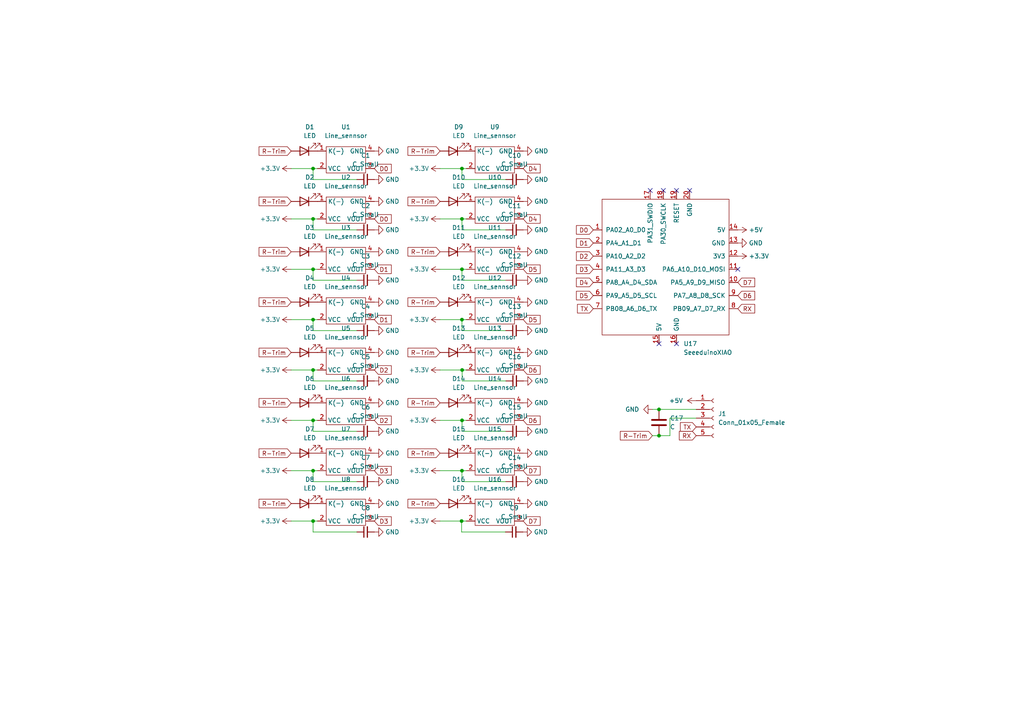
<source format=kicad_sch>
(kicad_sch (version 20211123) (generator eeschema)
  (paper "A4")
  (lib_symbols
    (symbol "Connector:Conn_01x05_Female" (pin_names (offset 1.016) hide)
      (property "Reference" "J" (at 0 7.62 0))
      (property "Value" "Conn_01x05_Female" (at 0 -7.62 0))
      (symbol "Conn_01x05_Female_1_1"
        (arc (start 0 -4.572) (mid -0.508 -5.08) (end 0 -5.588) (stroke (width 0.1524)))
        (arc (start 0 -2.032) (mid -0.508 -2.54) (end 0 -3.048) (stroke (width 0.1524)))
        (polyline (pts (xy -1.27 -5.08) (xy -0.508 -5.08)) (stroke (width 0.1524)))
        (polyline (pts (xy -1.27 -2.54) (xy -0.508 -2.54)) (stroke (width 0.1524)))
        (polyline (pts (xy -1.27 0) (xy -0.508 0)) (stroke (width 0.1524)))
        (polyline (pts (xy -1.27 2.54) (xy -0.508 2.54)) (stroke (width 0.1524)))
        (polyline (pts (xy -1.27 5.08) (xy -0.508 5.08)) (stroke (width 0.1524)))
        (arc (start 0 0.508) (mid -0.508 0) (end 0 -0.508) (stroke (width 0.1524)))
        (arc (start 0 3.048) (mid -0.508 2.54) (end 0 2.032) (stroke (width 0.1524)))
        (arc (start 0 5.588) (mid -0.508 5.08) (end 0 4.572) (stroke (width 0.1524)))
        (pin passive line (at -5.08 5.08 0) (length 3.81) (name "Pin_1") (number "1"))
        (pin passive line (at -5.08 2.54 0) (length 3.81) (name "Pin_2") (number "2"))
        (pin passive line (at -5.08 0 0) (length 3.81) (name "Pin_3") (number "3"))
        (pin passive line (at -5.08 -2.54 0) (length 3.81) (name "Pin_4") (number "4"))
        (pin passive line (at -5.08 -5.08 0) (length 3.81) (name "Pin_5") (number "5"))
      )
    )
    (symbol "Device:C" (pin_numbers hide) (pin_names (offset 0.254))
      (property "Reference" "C" (at 0.635 2.54 0))
      (property "Value" "C" (at 0.635 -2.54 0))
      (symbol "C_0_1"
        (polyline (pts (xy -2.032 -0.762) (xy 2.032 -0.762)) (stroke (width 0.508)))
        (polyline (pts (xy -2.032 0.762) (xy 2.032 0.762)) (stroke (width 0.508)))
      )
      (symbol "C_1_1"
        (pin passive line (at 0 3.81 270) (length 2.794) (name "~") (number "1"))
        (pin passive line (at 0 -3.81 90) (length 2.794) (name "~") (number "2"))
      )
    )
    (symbol "Device:C_Small" (pin_numbers hide) (pin_names (offset 0.254) hide)
      (property "Reference" "C" (at 0.254 1.778 0))
      (property "Value" "C_Small" (at 0.254 -2.032 0))
      (symbol "C_Small_0_1"
        (polyline (pts (xy -1.524 -0.508) (xy 1.524 -0.508)) (stroke (width 0.3302)))
        (polyline (pts (xy -1.524 0.508) (xy 1.524 0.508)) (stroke (width 0.3048)))
      )
      (symbol "C_Small_1_1"
        (pin passive line (at 0 2.54 270) (length 2.032) (name "~") (number "1"))
        (pin passive line (at 0 -2.54 90) (length 2.032) (name "~") (number "2"))
      )
    )
    (symbol "Device:LED" (pin_numbers hide) (pin_names (offset 1.016) hide)
      (property "Reference" "D" (at 0 2.54 0))
      (property "Value" "LED" (at 0 -2.54 0))
      (symbol "LED_0_1"
        (polyline (pts (xy -1.27 -1.27) (xy -1.27 1.27)) (stroke (width 0.254)))
        (polyline (pts (xy -1.27 0) (xy 1.27 0)))
        (polyline (pts (xy 1.27 -1.27) (xy 1.27 1.27) (xy -1.27 0) (xy 1.27 -1.27)) (stroke (width 0.254)))
        (polyline (pts (xy -3.048 -0.762) (xy -4.572 -2.286) (xy -3.81 -2.286) (xy -4.572 -2.286) (xy -4.572 -1.524)))
        (polyline (pts (xy -1.778 -0.762) (xy -3.302 -2.286) (xy -2.54 -2.286) (xy -3.302 -2.286) (xy -3.302 -1.524)))
      )
      (symbol "LED_1_1"
        (pin passive line (at -3.81 0 0) (length 2.54) (name "K") (number "1"))
        (pin passive line (at 3.81 0 180) (length 2.54) (name "A") (number "2"))
      )
    )
    (symbol "Line_Sensor:Line_sennsor"
      (property "Reference" "U" (at 0 1.27 0))
      (property "Value" "Line_sennsor" (at 0 0 0))
      (symbol "Line_sennsor_0_1"
        (rectangle (start -6.35 -1.27) (end 5.08 -8.89))
      )
      (symbol "Line_sennsor_1_1"
        (pin bidirectional line (at -8.89 -2.54 0) (length 2.54) (name "K(-)") (number "1"))
        (pin bidirectional line (at -8.89 -7.62 0) (length 2.54) (name "VCC") (number "2"))
        (pin bidirectional line (at 7.62 -7.62 180) (length 2.54) (name "VOUT") (number "3"))
        (pin bidirectional line (at 7.62 -2.54 180) (length 2.54) (name "GND") (number "4"))
      )
    )
    (symbol "power:+3.3V" (power) (pin_names (offset 0))
      (property "Value" "+3.3V" (at 0 3.556 0))
      (symbol "+3.3V_0_1"
        (polyline (pts (xy -0.762 1.27) (xy 0 2.54)))
        (polyline (pts (xy 0 0) (xy 0 2.54)))
        (polyline (pts (xy 0 2.54) (xy 0.762 1.27)))
      )
      (symbol "+3.3V_1_1"
        (pin power_in line (at 0 0 90) (length 0) hide (name "+3.3V") (number "1"))
      )
    )
    (symbol "power:+5V" (power) (pin_names (offset 0))
      (property "Value" "+5V" (at 0 3.556 0))
      (symbol "+5V_0_1"
        (polyline (pts (xy -0.762 1.27) (xy 0 2.54)))
        (polyline (pts (xy 0 0) (xy 0 2.54)))
        (polyline (pts (xy 0 2.54) (xy 0.762 1.27)))
      )
      (symbol "+5V_1_1"
        (pin power_in line (at 0 0 90) (length 0) hide (name "+5V") (number "1"))
      )
    )
    (symbol "power:GND" (power) (pin_names (offset 0))
      (property "Value" "GND" (at 0 -3.81 0))
      (symbol "GND_0_1"
        (polyline (pts (xy 0 0) (xy 0 -1.27) (xy 1.27 -1.27) (xy 0 -2.54) (xy -1.27 -1.27) (xy 0 -1.27)))
      )
      (symbol "GND_1_1"
        (pin power_in line (at 0 0 270) (length 0) hide (name "GND") (number "1"))
      )
    )
    (symbol "seeeduino_xiao:SeeeduinoXIAO" (pin_names (offset 1.016))
      (property "Reference" "U" (at -19.05 22.86 0))
      (property "Value" "SeeeduinoXIAO" (at -12.7 21.59 0))
      (symbol "SeeeduinoXIAO_0_1"
        (rectangle (start -19.05 20.32) (end 17.78 -19.05))
      )
      (symbol "SeeeduinoXIAO_1_1"
        (pin unspecified line (at -21.59 11.43 0) (length 2.54) (name "PA02_A0_D0") (number "1"))
        (pin unspecified line (at 20.32 -3.81 180) (length 2.54) (name "PA5_A9_D9_MISO") (number "10"))
        (pin unspecified line (at 20.32 0 180) (length 2.54) (name "PA6_A10_D10_MOSI") (number "11"))
        (pin unspecified line (at 20.32 3.81 180) (length 2.54) (name "3V3") (number "12"))
        (pin unspecified line (at 20.32 7.62 180) (length 2.54) (name "GND") (number "13"))
        (pin unspecified line (at 20.32 11.43 180) (length 2.54) (name "5V") (number "14"))
        (pin input line (at -2.54 -21.59 90) (length 2.54) (name "5V") (number "15"))
        (pin input line (at 2.54 -21.59 90) (length 2.54) (name "GND") (number "16"))
        (pin input line (at -5.08 22.86 270) (length 2.54) (name "PA31_SWDIO") (number "17"))
        (pin input line (at -1.27 22.86 270) (length 2.54) (name "PA30_SWCLK") (number "18"))
        (pin input line (at 2.54 22.86 270) (length 2.54) (name "RESET") (number "19"))
        (pin unspecified line (at -21.59 7.62 0) (length 2.54) (name "PA4_A1_D1") (number "2"))
        (pin input line (at 6.35 22.86 270) (length 2.54) (name "GND") (number "20"))
        (pin unspecified line (at -21.59 3.81 0) (length 2.54) (name "PA10_A2_D2") (number "3"))
        (pin unspecified line (at -21.59 0 0) (length 2.54) (name "PA11_A3_D3") (number "4"))
        (pin unspecified line (at -21.59 -3.81 0) (length 2.54) (name "PA8_A4_D4_SDA") (number "5"))
        (pin unspecified line (at -21.59 -7.62 0) (length 2.54) (name "PA9_A5_D5_SCL") (number "6"))
        (pin unspecified line (at -21.59 -11.43 0) (length 2.54) (name "PB08_A6_D6_TX") (number "7"))
        (pin unspecified line (at 20.32 -11.43 180) (length 2.54) (name "PB09_A7_D7_RX") (number "8"))
        (pin unspecified line (at 20.32 -7.62 180) (length 2.54) (name "PA7_A8_D8_SCK") (number "9"))
      )
    )
  )
  (junction (at 133.8816 151.13))
  (junction (at 133.985 63.5))
  (junction (at 191.135 126.365))
  (junction (at 90.805 92.71))
  (junction (at 90.805 107.315))
  (junction (at 90.805 48.895))
  (junction (at 133.985 48.895))
  (junction (at 134.0108 121.92))
  (junction (at 90.805 63.5))
  (junction (at 90.805 78.105))
  (junction (at 133.985 78.105))
  (junction (at 90.805 151.13))
  (junction (at 133.985 136.525))
  (junction (at 133.985 92.71))
  (junction (at 191.135 118.745))
  (junction (at 90.805 121.92))
  (junction (at 134.0366 107.315))
  (junction (at 90.805 136.525))
  (no_connect (at 196.215 99.695))
  (no_connect (at 188.595 55.245))
  (no_connect (at 213.995 78.105))
  (no_connect (at 192.405 55.245))
  (no_connect (at 191.135 99.695))
  (no_connect (at 200.025 55.245))
  (no_connect (at 196.215 55.245))
  (wire (pts (xy 133.985 139.7) (xy 146.685 139.7)))
  (wire (pts (xy 92.075 107.315) (xy 90.805 107.315)))
  (wire (pts (xy 90.805 107.315) (xy 90.805 110.49)))
  (wire (pts (xy 133.985 63.5) (xy 133.985 66.675)))
  (wire (pts (xy 133.985 48.895) (xy 127.635 48.895)))
  (wire (pts (xy 194.31 126.365) (xy 194.31 121.285)))
  (wire (pts (xy 90.805 92.71) (xy 84.455 92.71)))
  (wire (pts (xy 133.985 52.07) (xy 146.685 52.07)))
  (wire (pts (xy 90.805 121.92) (xy 90.805 125.095)))
  (wire (pts (xy 134.0366 107.315) (xy 134.0366 110.49)))
  (wire (pts (xy 135.255 121.92) (xy 134.0108 121.92)))
  (wire (pts (xy 194.31 121.285) (xy 201.93 121.285)))
  (wire (pts (xy 90.805 121.92) (xy 84.455 121.92)))
  (wire (pts (xy 191.135 118.745) (xy 201.93 118.745)))
  (wire (pts (xy 90.805 151.13) (xy 84.455 151.13)))
  (wire (pts (xy 133.985 78.105) (xy 133.985 81.28)))
  (wire (pts (xy 90.805 81.28) (xy 103.505 81.28)))
  (wire (pts (xy 133.985 78.105) (xy 127.635 78.105)))
  (wire (pts (xy 90.805 139.7) (xy 103.505 139.7)))
  (wire (pts (xy 133.985 92.71) (xy 133.985 95.885)))
  (wire (pts (xy 90.805 78.105) (xy 90.805 81.28)))
  (wire (pts (xy 90.805 66.675) (xy 103.505 66.675)))
  (wire (pts (xy 92.075 121.92) (xy 90.805 121.92)))
  (wire (pts (xy 135.255 78.105) (xy 133.985 78.105)))
  (wire (pts (xy 134.0108 121.92) (xy 134.0108 125.095)))
  (wire (pts (xy 133.985 136.525) (xy 133.985 139.7)))
  (wire (pts (xy 133.8816 151.13) (xy 127.635 151.13)))
  (wire (pts (xy 92.075 63.5) (xy 90.805 63.5)))
  (wire (pts (xy 134.0108 125.095) (xy 146.7108 125.095)))
  (wire (pts (xy 134.0366 107.315) (xy 127.635 107.315)))
  (wire (pts (xy 133.985 95.885) (xy 146.685 95.885)))
  (wire (pts (xy 90.805 63.5) (xy 84.455 63.5)))
  (wire (pts (xy 135.255 151.13) (xy 133.8816 151.13)))
  (wire (pts (xy 90.805 136.525) (xy 84.455 136.525)))
  (wire (pts (xy 90.805 151.13) (xy 90.805 154.305)))
  (wire (pts (xy 133.8816 151.13) (xy 133.8816 154.305)))
  (wire (pts (xy 90.805 52.07) (xy 103.505 52.07)))
  (wire (pts (xy 191.135 126.365) (xy 194.31 126.365)))
  (wire (pts (xy 92.075 78.105) (xy 90.805 78.105)))
  (wire (pts (xy 133.985 92.71) (xy 127.635 92.71)))
  (wire (pts (xy 133.8816 154.305) (xy 146.5816 154.305)))
  (wire (pts (xy 90.805 48.895) (xy 84.455 48.895)))
  (wire (pts (xy 92.075 151.13) (xy 90.805 151.13)))
  (wire (pts (xy 92.075 48.895) (xy 90.805 48.895)))
  (wire (pts (xy 92.075 136.525) (xy 90.805 136.525)))
  (wire (pts (xy 135.255 136.525) (xy 133.985 136.525)))
  (wire (pts (xy 133.985 63.5) (xy 127.635 63.5)))
  (wire (pts (xy 90.805 95.885) (xy 103.505 95.885)))
  (wire (pts (xy 135.255 92.71) (xy 133.985 92.71)))
  (wire (pts (xy 133.985 81.28) (xy 146.685 81.28)))
  (wire (pts (xy 90.805 136.525) (xy 90.805 139.7)))
  (wire (pts (xy 134.0366 110.49) (xy 146.7366 110.49)))
  (wire (pts (xy 90.805 125.095) (xy 103.505 125.095)))
  (wire (pts (xy 135.255 63.5) (xy 133.985 63.5)))
  (wire (pts (xy 135.255 107.315) (xy 134.0366 107.315)))
  (wire (pts (xy 90.805 92.71) (xy 90.805 95.885)))
  (wire (pts (xy 90.805 48.895) (xy 90.805 52.07)))
  (wire (pts (xy 90.805 154.305) (xy 103.505 154.305)))
  (wire (pts (xy 133.985 48.895) (xy 133.985 52.07)))
  (wire (pts (xy 90.805 78.105) (xy 84.455 78.105)))
  (wire (pts (xy 90.805 110.49) (xy 103.505 110.49)))
  (wire (pts (xy 90.805 63.5) (xy 90.805 66.675)))
  (wire (pts (xy 133.985 66.675) (xy 146.685 66.675)))
  (wire (pts (xy 134.0108 121.92) (xy 127.635 121.92)))
  (wire (pts (xy 90.805 107.315) (xy 84.455 107.315)))
  (wire (pts (xy 135.255 48.895) (xy 133.985 48.895)))
  (wire (pts (xy 189.23 118.745) (xy 191.135 118.745)))
  (wire (pts (xy 92.075 92.71) (xy 90.805 92.71)))
  (wire (pts (xy 189.23 126.365) (xy 191.135 126.365)))
  (wire (pts (xy 133.985 136.525) (xy 127.635 136.525)))
  (global_label "D1" (shape input) (at 108.585 78.105 0) (property "Intersheet References" "${INTERSHEET_REFS}" (effects hide)))
  (global_label "R-Trim" (shape input) (at 127.635 73.025 180) (property "Intersheet References" "${INTERSHEET_REFS}" (effects hide)))
  (global_label "R-Trim" (shape input) (at 127.635 102.235 180) (property "Intersheet References" "${INTERSHEET_REFS}" (effects hide)))
  (global_label "D4" (shape input) (at 151.765 63.5 0) (property "Intersheet References" "${INTERSHEET_REFS}" (effects hide)))
  (global_label "D2" (shape input) (at 108.585 121.92 0) (property "Intersheet References" "${INTERSHEET_REFS}" (effects hide)))
  (global_label "D3" (shape input) (at 172.085 78.105 180) (property "Intersheet References" "${INTERSHEET_REFS}" (effects hide)))
  (global_label "R-Trim" (shape input) (at 127.635 87.63 180) (property "Intersheet References" "${INTERSHEET_REFS}" (effects hide)))
  (global_label "R-Trim" (shape input) (at 84.455 87.63 180) (property "Intersheet References" "${INTERSHEET_REFS}" (effects hide)))
  (global_label "D7" (shape input) (at 151.765 136.525 0) (property "Intersheet References" "${INTERSHEET_REFS}" (effects hide)))
  (global_label "R-Trim" (shape input) (at 127.635 116.84 180) (property "Intersheet References" "${INTERSHEET_REFS}" (effects hide)))
  (global_label "D6" (shape input) (at 213.995 85.725 0) (property "Intersheet References" "${INTERSHEET_REFS}" (effects hide)))
  (global_label "D2" (shape input) (at 108.585 107.315 0) (property "Intersheet References" "${INTERSHEET_REFS}" (effects hide)))
  (global_label "RX" (shape input) (at 201.93 126.365 180) (property "Intersheet References" "${INTERSHEET_REFS}" (effects hide)))
  (global_label "D2" (shape input) (at 172.085 74.295 180) (property "Intersheet References" "${INTERSHEET_REFS}" (effects hide)))
  (global_label "R-Trim" (shape input) (at 127.635 131.445 180) (property "Intersheet References" "${INTERSHEET_REFS}" (effects hide)))
  (global_label "D1" (shape input) (at 172.085 70.485 180) (property "Intersheet References" "${INTERSHEET_REFS}" (effects hide)))
  (global_label "R-Trim" (shape input) (at 127.635 43.815 180) (property "Intersheet References" "${INTERSHEET_REFS}" (effects hide)))
  (global_label "D5" (shape input) (at 172.085 85.725 180) (property "Intersheet References" "${INTERSHEET_REFS}" (effects hide)))
  (global_label "D6" (shape input) (at 151.765 107.315 0) (property "Intersheet References" "${INTERSHEET_REFS}" (effects hide)))
  (global_label "D7" (shape input) (at 151.765 151.13 0) (property "Intersheet References" "${INTERSHEET_REFS}" (effects hide)))
  (global_label "D6" (shape input) (at 151.765 121.92 0) (property "Intersheet References" "${INTERSHEET_REFS}" (effects hide)))
  (global_label "TX" (shape input) (at 201.93 123.825 180) (property "Intersheet References" "${INTERSHEET_REFS}" (effects hide)))
  (global_label "R-Trim" (shape input) (at 84.455 43.815 180) (property "Intersheet References" "${INTERSHEET_REFS}" (effects hide)))
  (global_label "D4" (shape input) (at 151.765 48.895 0) (property "Intersheet References" "${INTERSHEET_REFS}" (effects hide)))
  (global_label "D0" (shape input) (at 108.585 48.895 0) (property "Intersheet References" "${INTERSHEET_REFS}" (effects hide)))
  (global_label "D0" (shape input) (at 172.085 66.675 180) (property "Intersheet References" "${INTERSHEET_REFS}" (effects hide)))
  (global_label "RX" (shape input) (at 213.995 89.535 0) (property "Intersheet References" "${INTERSHEET_REFS}" (effects hide)))
  (global_label "D1" (shape input) (at 108.585 92.71 0) (property "Intersheet References" "${INTERSHEET_REFS}" (effects hide)))
  (global_label "D5" (shape input) (at 151.765 92.71 0) (property "Intersheet References" "${INTERSHEET_REFS}" (effects hide)))
  (global_label "D4" (shape input) (at 172.085 81.915 180) (property "Intersheet References" "${INTERSHEET_REFS}" (effects hide)))
  (global_label "R-Trim" (shape input) (at 127.635 58.42 180) (property "Intersheet References" "${INTERSHEET_REFS}" (effects hide)))
  (global_label "D3" (shape input) (at 108.585 136.525 0) (property "Intersheet References" "${INTERSHEET_REFS}" (effects hide)))
  (global_label "D3" (shape input) (at 108.585 151.13 0) (property "Intersheet References" "${INTERSHEET_REFS}" (effects hide)))
  (global_label "R-Trim" (shape input) (at 127.635 146.05 180) (property "Intersheet References" "${INTERSHEET_REFS}" (effects hide)))
  (global_label "R-Trim" (shape input) (at 84.455 58.42 180) (property "Intersheet References" "${INTERSHEET_REFS}" (effects hide)))
  (global_label "R-Trim" (shape input) (at 84.455 102.235 180) (property "Intersheet References" "${INTERSHEET_REFS}" (effects hide)))
  (global_label "D7" (shape input) (at 213.995 81.915 0) (property "Intersheet References" "${INTERSHEET_REFS}" (effects hide)))
  (global_label "R-Trim" (shape input) (at 84.455 131.445 180) (property "Intersheet References" "${INTERSHEET_REFS}" (effects hide)))
  (global_label "R-Trim" (shape input) (at 84.455 116.84 180) (property "Intersheet References" "${INTERSHEET_REFS}" (effects hide)))
  (global_label "R-Trim" (shape input) (at 189.23 126.365 180) (property "Intersheet References" "${INTERSHEET_REFS}" (effects hide)))
  (global_label "TX" (shape input) (at 172.085 89.535 180) (property "Intersheet References" "${INTERSHEET_REFS}" (effects hide)))
  (global_label "R-Trim" (shape input) (at 84.455 73.025 180) (property "Intersheet References" "${INTERSHEET_REFS}" (effects hide)))
  (global_label "D5" (shape input) (at 151.765 78.105 0) (property "Intersheet References" "${INTERSHEET_REFS}" (effects hide)))
  (global_label "D0" (shape input) (at 108.585 63.5 0) (property "Intersheet References" "${INTERSHEET_REFS}" (effects hide)))
  (global_label "R-Trim" (shape input) (at 84.455 146.05 180) (property "Intersheet References" "${INTERSHEET_REFS}" (effects hide)))
  (symbol (lib_id "Device:LED") (at 131.445 87.63 180) (unit 1)
    (property "Reference" "D12" (at 133.0325 80.645 0))
    (property "Value" "LED" (at 133.0325 83.185 0))
    (property "Footprint" "LED_THT:LED_D3.0mm_Clear" (effects hide))
  )
  (symbol (lib_id "power:+3.3V") (at 84.455 151.13 90) (unit 1)
    (property "Reference" "#PWR08" (effects hide))
    (property "Value" "+3.3V" (at 81.28 151.1299 90) (effects (justify left)))
  )
  (symbol (lib_id "Device:LED") (at 131.445 116.84 180) (unit 1)
    (property "Reference" "D14" (at 133.0325 109.855 0))
    (property "Value" "LED" (at 133.0325 112.395 0))
    (property "Footprint" "LED_THT:LED_D3.0mm_Clear" (effects hide))
  )
  (symbol (lib_id "Device:C_Small") (at 106.045 81.28 90) (unit 1)
    (property "Reference" "C3" (at 106.0513 74.295 90))
    (property "Value" "C_Small" (at 106.0513 76.835 90))
    (property "Footprint" "Capacitor_THT:C_Disc_D3.8mm_W2.6mm_P2.50mm" (effects hide))
  )
  (symbol (lib_id "Line_Sensor:Line_sennsor") (at 144.145 114.3 0) (unit 1)
    (property "Reference" "U14" (at 143.51 109.855 0))
    (property "Value" "Line_sennsor" (at 143.51 112.395 0))
    (property "Footprint" "Line_Sensor:Line_Sensor" (effects hide))
  )
  (symbol (lib_id "power:GND") (at 108.585 110.49 90) (unit 1)
    (property "Reference" "#PWR042" (effects hide))
    (property "Value" "GND" (at 111.76 110.4899 90) (effects (justify right)))
  )
  (symbol (lib_id "Line_Sensor:Line_sennsor") (at 144.145 143.51 0) (unit 1)
    (property "Reference" "U16" (at 143.51 139.065 0))
    (property "Value" "Line_sennsor" (at 143.51 141.605 0))
    (property "Footprint" "Line_Sensor:Line_Sensor" (effects hide))
  )
  (symbol (lib_id "power:GND") (at 108.585 116.84 90) (unit 1)
    (property "Reference" "#PWR014" (effects hide))
    (property "Value" "GND" (at 111.76 116.8399 90) (effects (justify right)))
  )
  (symbol (lib_id "power:GND") (at 151.765 139.7 90) (unit 1)
    (property "Reference" "#PWR051" (effects hide))
    (property "Value" "GND" (at 154.94 139.6999 90) (effects (justify right)))
  )
  (symbol (lib_id "Device:C_Small") (at 106.045 66.675 90) (unit 1)
    (property "Reference" "C2" (at 106.0513 59.69 90))
    (property "Value" "C_Small" (at 106.0513 62.23 90))
    (property "Footprint" "Capacitor_THT:C_Disc_D3.8mm_W2.6mm_P2.50mm" (effects hide))
  )
  (symbol (lib_id "power:GND") (at 151.765 58.42 90) (unit 1)
    (property "Reference" "#PWR026" (effects hide))
    (property "Value" "GND" (at 154.94 58.4199 90) (effects (justify right)))
  )
  (symbol (lib_id "Device:LED") (at 88.265 116.84 180) (unit 1)
    (property "Reference" "D6" (at 89.8525 109.855 0))
    (property "Value" "LED" (at 89.8525 112.395 0))
    (property "Footprint" "LED_THT:LED_D3.0mm_Clear" (effects hide))
  )
  (symbol (lib_id "power:+3.3V") (at 84.455 48.895 90) (unit 1)
    (property "Reference" "#PWR01" (effects hide))
    (property "Value" "+3.3V" (at 81.28 48.8949 90) (effects (justify left)))
  )
  (symbol (lib_id "Line_Sensor:Line_sennsor") (at 100.965 85.09 0) (unit 1)
    (property "Reference" "U4" (at 100.33 80.645 0))
    (property "Value" "Line_sennsor" (at 100.33 83.185 0))
    (property "Footprint" "Line_Sensor:Line_Sensor" (effects hide))
  )
  (symbol (lib_id "Device:LED") (at 88.265 102.235 180) (unit 1)
    (property "Reference" "D5" (at 89.8525 95.25 0))
    (property "Value" "LED" (at 89.8525 97.79 0))
    (property "Footprint" "LED_THT:LED_D3.0mm_Clear" (effects hide))
  )
  (symbol (lib_id "Line_Sensor:Line_sennsor") (at 144.145 70.485 0) (unit 1)
    (property "Reference" "U11" (at 143.51 66.04 0))
    (property "Value" "Line_sennsor" (at 143.51 68.58 0))
    (property "Footprint" "Line_Sensor:Line_Sensor" (effects hide))
  )
  (symbol (lib_id "Line_Sensor:Line_sennsor") (at 144.145 41.275 0) (unit 1)
    (property "Reference" "U9" (at 143.51 36.83 0))
    (property "Value" "Line_sennsor" (at 143.51 39.37 0))
    (property "Footprint" "Line_Sensor:Line_Sensor" (effects hide))
  )
  (symbol (lib_id "Device:C_Small") (at 106.045 154.305 90) (unit 1)
    (property "Reference" "C8" (at 106.0513 147.32 90))
    (property "Value" "C_Small" (at 106.0513 149.86 90))
    (property "Footprint" "Capacitor_THT:C_Disc_D3.8mm_W2.6mm_P2.50mm" (effects hide))
  )
  (symbol (lib_id "power:+3.3V") (at 127.635 92.71 90) (unit 1)
    (property "Reference" "#PWR020" (effects hide))
    (property "Value" "+3.3V" (at 124.46 92.7099 90) (effects (justify left)))
  )
  (symbol (lib_id "power:+3.3V") (at 84.455 136.525 90) (unit 1)
    (property "Reference" "#PWR07" (effects hide))
    (property "Value" "+3.3V" (at 81.28 136.5249 90) (effects (justify left)))
  )
  (symbol (lib_id "power:GND") (at 108.585 66.675 90) (unit 1)
    (property "Reference" "#PWR039" (effects hide))
    (property "Value" "GND" (at 111.76 66.6749 90) (effects (justify right)))
  )
  (symbol (lib_id "power:GND") (at 108.585 81.28 90) (unit 1)
    (property "Reference" "#PWR040" (effects hide))
    (property "Value" "GND" (at 111.76 81.2799 90) (effects (justify right)))
  )
  (symbol (lib_id "power:GND") (at 151.765 43.815 90) (unit 1)
    (property "Reference" "#PWR025" (effects hide))
    (property "Value" "GND" (at 154.94 43.8149 90) (effects (justify right)))
  )
  (symbol (lib_id "Line_Sensor:Line_sennsor") (at 100.965 114.3 0) (unit 1)
    (property "Reference" "U6" (at 100.33 109.855 0))
    (property "Value" "Line_sennsor" (at 100.33 112.395 0))
    (property "Footprint" "Line_Sensor:Line_Sensor" (effects hide))
  )
  (symbol (lib_id "power:GND") (at 151.6616 154.305 90) (unit 1)
    (property "Reference" "#PWR046" (effects hide))
    (property "Value" "GND" (at 154.8366 154.3049 90) (effects (justify right)))
  )
  (symbol (lib_id "seeeduino_xiao:SeeeduinoXIAO") (at 193.675 78.105 0) (unit 1)
    (property "Reference" "U17" (at 198.2344 99.695 0) (effects (justify left)))
    (property "Value" "SeeeduinoXIAO" (at 198.2344 102.235 0) (effects (justify left)))
    (property "Footprint" "Seeeduino_Xiao:seeeduinoXIAO" (effects hide))
  )
  (symbol (lib_id "power:+3.3V") (at 127.635 121.92 90) (unit 1)
    (property "Reference" "#PWR022" (effects hide))
    (property "Value" "+3.3V" (at 124.46 121.9199 90) (effects (justify left)))
  )
  (symbol (lib_id "Line_Sensor:Line_sennsor") (at 144.145 55.88 0) (unit 1)
    (property "Reference" "U10" (at 143.51 51.435 0))
    (property "Value" "Line_sennsor" (at 143.51 53.975 0))
    (property "Footprint" "Line_Sensor:Line_Sensor" (effects hide))
  )
  (symbol (lib_id "power:+3.3V") (at 127.635 136.525 90) (unit 1)
    (property "Reference" "#PWR023" (effects hide))
    (property "Value" "+3.3V" (at 124.46 136.5249 90) (effects (justify left)))
  )
  (symbol (lib_id "Device:C_Small") (at 106.045 125.095 90) (unit 1)
    (property "Reference" "C6" (at 106.0513 118.11 90))
    (property "Value" "C_Small" (at 106.0513 120.65 90))
    (property "Footprint" "Capacitor_THT:C_Disc_D3.8mm_W2.6mm_P2.50mm" (effects hide))
  )
  (symbol (lib_id "Connector:Conn_01x05_Female") (at 207.01 121.285 0) (unit 1)
    (property "Reference" "J1" (at 208.28 120.0149 0) (effects (justify left)))
    (property "Value" "Conn_01x05_Female" (at 208.28 122.5549 0) (effects (justify left)))
    (property "Footprint" "Connector_JST:JST_XH_B5B-XH-A_1x05_P2.50mm_Vertical" (effects hide))
  )
  (symbol (lib_id "Device:C_Small") (at 106.045 52.07 90) (unit 1)
    (property "Reference" "C1" (at 106.0513 45.085 90))
    (property "Value" "C_Small" (at 106.0513 47.625 90))
    (property "Footprint" "Capacitor_THT:C_Disc_D3.8mm_W2.6mm_P2.50mm" (effects hide))
  )
  (symbol (lib_id "Device:LED") (at 88.265 131.445 180) (unit 1)
    (property "Reference" "D7" (at 89.8525 124.46 0))
    (property "Value" "LED" (at 89.8525 127 0))
    (property "Footprint" "LED_THT:LED_D3.0mm_Clear" (effects hide))
  )
  (symbol (lib_id "Device:C_Small") (at 106.045 110.49 90) (unit 1)
    (property "Reference" "C5" (at 106.0513 103.505 90))
    (property "Value" "C_Small" (at 106.0513 106.045 90))
    (property "Footprint" "Capacitor_THT:C_Disc_D3.8mm_W2.6mm_P2.50mm" (effects hide))
  )
  (symbol (lib_id "power:GND") (at 108.585 125.095 90) (unit 1)
    (property "Reference" "#PWR043" (effects hide))
    (property "Value" "GND" (at 111.76 125.0949 90) (effects (justify right)))
  )
  (symbol (lib_id "Device:LED") (at 131.445 43.815 180) (unit 1)
    (property "Reference" "D9" (at 133.0325 36.83 0))
    (property "Value" "LED" (at 133.0325 39.37 0))
    (property "Footprint" "LED_THT:LED_D3.0mm_Clear" (effects hide))
  )
  (symbol (lib_id "power:GND") (at 151.765 66.675 90) (unit 1)
    (property "Reference" "#PWR048" (effects hide))
    (property "Value" "GND" (at 154.94 66.6749 90) (effects (justify right)))
  )
  (symbol (lib_id "power:GND") (at 151.765 81.28 90) (unit 1)
    (property "Reference" "#PWR049" (effects hide))
    (property "Value" "GND" (at 154.94 81.2799 90) (effects (justify right)))
  )
  (symbol (lib_id "Device:LED") (at 131.445 73.025 180) (unit 1)
    (property "Reference" "D11" (at 133.0325 66.04 0))
    (property "Value" "LED" (at 133.0325 68.58 0))
    (property "Footprint" "LED_THT:LED_D3.0mm_Clear" (effects hide))
  )
  (symbol (lib_id "Line_Sensor:Line_sennsor") (at 144.145 99.695 0) (unit 1)
    (property "Reference" "U13" (at 143.51 95.25 0))
    (property "Value" "Line_sennsor" (at 143.51 97.79 0))
    (property "Footprint" "Line_Sensor:Line_Sensor" (effects hide))
  )
  (symbol (lib_id "power:+5V") (at 213.995 66.675 270) (unit 1)
    (property "Reference" "#PWR035" (effects hide))
    (property "Value" "+5V" (at 217.17 66.6749 90) (effects (justify left)))
  )
  (symbol (lib_id "Device:C_Small") (at 149.225 66.675 90) (unit 1)
    (property "Reference" "C11" (at 149.2313 59.69 90))
    (property "Value" "C_Small" (at 149.2313 62.23 90))
    (property "Footprint" "Capacitor_THT:C_Disc_D3.8mm_W2.6mm_P2.50mm" (effects hide))
  )
  (symbol (lib_id "power:GND") (at 108.585 58.42 90) (unit 1)
    (property "Reference" "#PWR010" (effects hide))
    (property "Value" "GND" (at 111.76 58.4199 90) (effects (justify right)))
  )
  (symbol (lib_id "Line_Sensor:Line_sennsor") (at 100.965 70.485 0) (unit 1)
    (property "Reference" "U3" (at 100.33 66.04 0))
    (property "Value" "Line_sennsor" (at 100.33 68.58 0))
    (property "Footprint" "Line_Sensor:Line_Sensor" (effects hide))
  )
  (symbol (lib_id "power:GND") (at 108.585 102.235 90) (unit 1)
    (property "Reference" "#PWR013" (effects hide))
    (property "Value" "GND" (at 111.76 102.2349 90) (effects (justify right)))
  )
  (symbol (lib_id "Line_Sensor:Line_sennsor") (at 100.965 99.695 0) (unit 1)
    (property "Reference" "U5" (at 100.33 95.25 0))
    (property "Value" "Line_sennsor" (at 100.33 97.79 0))
    (property "Footprint" "Line_Sensor:Line_Sensor" (effects hide))
  )
  (symbol (lib_id "Line_Sensor:Line_sennsor") (at 100.965 128.905 0) (unit 1)
    (property "Reference" "U7" (at 100.33 124.46 0))
    (property "Value" "Line_sennsor" (at 100.33 127 0))
    (property "Footprint" "Line_Sensor:Line_Sensor" (effects hide))
  )
  (symbol (lib_id "power:GND") (at 108.585 73.025 90) (unit 1)
    (property "Reference" "#PWR011" (effects hide))
    (property "Value" "GND" (at 111.76 73.0249 90) (effects (justify right)))
  )
  (symbol (lib_id "power:GND") (at 151.765 146.05 90) (unit 1)
    (property "Reference" "#PWR032" (effects hide))
    (property "Value" "GND" (at 154.94 146.0499 90) (effects (justify right)))
  )
  (symbol (lib_id "Device:C_Small") (at 106.045 95.885 90) (unit 1)
    (property "Reference" "C4" (at 106.0513 88.9 90))
    (property "Value" "C_Small" (at 106.0513 91.44 90))
    (property "Footprint" "Capacitor_THT:C_Disc_D3.8mm_W2.6mm_P2.50mm" (effects hide))
  )
  (symbol (lib_id "Line_Sensor:Line_sennsor") (at 100.965 143.51 0) (unit 1)
    (property "Reference" "U8" (at 100.33 139.065 0))
    (property "Value" "Line_sennsor" (at 100.33 141.605 0))
    (property "Footprint" "Line_Sensor:Line_Sensor" (effects hide))
  )
  (symbol (lib_id "Device:C_Small") (at 149.225 52.07 90) (unit 1)
    (property "Reference" "C10" (at 149.2313 45.085 90))
    (property "Value" "C_Small" (at 149.2313 47.625 90))
    (property "Footprint" "Capacitor_THT:C_Disc_D3.8mm_W2.6mm_P2.50mm" (effects hide))
  )
  (symbol (lib_id "Device:C_Small") (at 106.045 139.7 90) (unit 1)
    (property "Reference" "C7" (at 106.0513 132.715 90))
    (property "Value" "C_Small" (at 106.0513 135.255 90))
    (property "Footprint" "Capacitor_THT:C_Disc_D3.8mm_W2.6mm_P2.50mm" (effects hide))
  )
  (symbol (lib_id "power:+3.3V") (at 127.635 151.13 90) (unit 1)
    (property "Reference" "#PWR024" (effects hide))
    (property "Value" "+3.3V" (at 124.46 151.1299 90) (effects (justify left)))
  )
  (symbol (lib_id "power:+3.3V") (at 84.455 78.105 90) (unit 1)
    (property "Reference" "#PWR03" (effects hide))
    (property "Value" "+3.3V" (at 81.28 78.1049 90) (effects (justify left)))
  )
  (symbol (lib_id "power:GND") (at 108.585 131.445 90) (unit 1)
    (property "Reference" "#PWR015" (effects hide))
    (property "Value" "GND" (at 111.76 131.4449 90) (effects (justify right)))
  )
  (symbol (lib_id "power:GND") (at 151.765 87.63 90) (unit 1)
    (property "Reference" "#PWR028" (effects hide))
    (property "Value" "GND" (at 154.94 87.6299 90) (effects (justify right)))
  )
  (symbol (lib_id "Device:LED") (at 131.445 58.42 180) (unit 1)
    (property "Reference" "D10" (at 133.0325 51.435 0))
    (property "Value" "LED" (at 133.0325 53.975 0))
    (property "Footprint" "LED_THT:LED_D3.0mm_Clear" (effects hide))
  )
  (symbol (lib_id "Device:C_Small") (at 149.2508 125.095 90) (unit 1)
    (property "Reference" "C15" (at 149.2571 118.11 90))
    (property "Value" "C_Small" (at 149.2571 120.65 90))
    (property "Footprint" "Capacitor_THT:C_Disc_D3.8mm_W2.6mm_P2.50mm" (effects hide))
  )
  (symbol (lib_id "power:GND") (at 213.995 70.485 90) (unit 1)
    (property "Reference" "#PWR036" (effects hide))
    (property "Value" "GND" (at 217.17 70.4849 90) (effects (justify right)))
  )
  (symbol (lib_id "Device:LED") (at 131.445 131.445 180) (unit 1)
    (property "Reference" "D15" (at 133.0325 124.46 0))
    (property "Value" "LED" (at 133.0325 127 0))
    (property "Footprint" "LED_THT:LED_D3.0mm_Clear" (effects hide))
  )
  (symbol (lib_id "power:GND") (at 151.765 73.025 90) (unit 1)
    (property "Reference" "#PWR027" (effects hide))
    (property "Value" "GND" (at 154.94 73.0249 90) (effects (justify right)))
  )
  (symbol (lib_id "Line_Sensor:Line_sennsor") (at 100.965 55.88 0) (unit 1)
    (property "Reference" "U2" (at 100.33 51.435 0))
    (property "Value" "Line_sennsor" (at 100.33 53.975 0))
    (property "Footprint" "Line_Sensor:Line_Sensor" (effects hide))
  )
  (symbol (lib_id "power:+3.3V") (at 84.455 121.92 90) (unit 1)
    (property "Reference" "#PWR06" (effects hide))
    (property "Value" "+3.3V" (at 81.28 121.9199 90) (effects (justify left)))
  )
  (symbol (lib_id "power:GND") (at 151.765 95.885 90) (unit 1)
    (property "Reference" "#PWR050" (effects hide))
    (property "Value" "GND" (at 154.94 95.8849 90) (effects (justify right)))
  )
  (symbol (lib_id "Device:LED") (at 88.265 58.42 180) (unit 1)
    (property "Reference" "D2" (at 89.8525 51.435 0))
    (property "Value" "LED" (at 89.8525 53.975 0))
    (property "Footprint" "LED_THT:LED_D3.0mm_Clear" (effects hide))
  )
  (symbol (lib_id "power:GND") (at 151.7908 125.095 90) (unit 1)
    (property "Reference" "#PWR052" (effects hide))
    (property "Value" "GND" (at 154.9658 125.0949 90) (effects (justify right)))
  )
  (symbol (lib_id "power:GND") (at 151.765 52.07 90) (unit 1)
    (property "Reference" "#PWR047" (effects hide))
    (property "Value" "GND" (at 154.94 52.0699 90) (effects (justify right)))
  )
  (symbol (lib_id "Line_Sensor:Line_sennsor") (at 144.145 85.09 0) (unit 1)
    (property "Reference" "U12" (at 143.51 80.645 0))
    (property "Value" "Line_sennsor" (at 143.51 83.185 0))
    (property "Footprint" "Line_Sensor:Line_Sensor" (effects hide))
  )
  (symbol (lib_id "Line_Sensor:Line_sennsor") (at 100.965 41.275 0) (unit 1)
    (property "Reference" "U1" (at 100.33 36.83 0))
    (property "Value" "Line_sennsor" (at 100.33 39.37 0))
    (property "Footprint" "Line_Sensor:Line_Sensor" (effects hide))
  )
  (symbol (lib_id "power:+5V") (at 201.93 116.205 90) (unit 1)
    (property "Reference" "#PWR033" (effects hide))
    (property "Value" "+5V" (at 198.12 116.2049 90) (effects (justify left)))
  )
  (symbol (lib_id "power:+3.3V") (at 84.455 63.5 90) (unit 1)
    (property "Reference" "#PWR02" (effects hide))
    (property "Value" "+3.3V" (at 81.28 63.4999 90) (effects (justify left)))
  )
  (symbol (lib_id "power:GND") (at 108.585 87.63 90) (unit 1)
    (property "Reference" "#PWR012" (effects hide))
    (property "Value" "GND" (at 111.76 87.6299 90) (effects (justify right)))
  )
  (symbol (lib_id "power:GND") (at 151.765 131.445 90) (unit 1)
    (property "Reference" "#PWR031" (effects hide))
    (property "Value" "GND" (at 154.94 131.4449 90) (effects (justify right)))
  )
  (symbol (lib_id "power:+3.3V") (at 127.635 107.315 90) (unit 1)
    (property "Reference" "#PWR021" (effects hide))
    (property "Value" "+3.3V" (at 124.46 107.3149 90) (effects (justify left)))
  )
  (symbol (lib_id "power:GND") (at 108.585 139.7 90) (unit 1)
    (property "Reference" "#PWR044" (effects hide))
    (property "Value" "GND" (at 111.76 139.6999 90) (effects (justify right)))
  )
  (symbol (lib_id "power:GND") (at 151.8166 110.49 90) (unit 1)
    (property "Reference" "#PWR053" (effects hide))
    (property "Value" "GND" (at 154.9916 110.4899 90) (effects (justify right)))
  )
  (symbol (lib_id "power:GND") (at 108.585 154.305 90) (unit 1)
    (property "Reference" "#PWR045" (effects hide))
    (property "Value" "GND" (at 111.76 154.3049 90) (effects (justify right)))
  )
  (symbol (lib_id "power:GND") (at 189.23 118.745 270) (unit 1)
    (property "Reference" "#PWR034" (effects hide))
    (property "Value" "GND" (at 185.42 118.7449 90) (effects (justify right)))
  )
  (symbol (lib_id "Device:LED") (at 88.265 43.815 180) (unit 1)
    (property "Reference" "D1" (at 89.8525 36.83 0))
    (property "Value" "LED" (at 89.8525 39.37 0))
    (property "Footprint" "LED_THT:LED_D3.0mm_Clear" (effects hide))
  )
  (symbol (lib_id "power:+3.3V") (at 84.455 107.315 90) (unit 1)
    (property "Reference" "#PWR05" (effects hide))
    (property "Value" "+3.3V" (at 81.28 107.3149 90) (effects (justify left)))
  )
  (symbol (lib_id "Device:C") (at 191.135 122.555 0) (unit 1)
    (property "Reference" "C17" (at 194.31 121.2849 0) (effects (justify left)))
    (property "Value" "C" (at 194.31 123.8249 0) (effects (justify left)))
    (property "Footprint" "Capacitor_THT:CP_Radial_D5.0mm_P2.50mm" (effects hide))
  )
  (symbol (lib_id "Device:LED") (at 88.265 87.63 180) (unit 1)
    (property "Reference" "D4" (at 89.8525 80.645 0))
    (property "Value" "LED" (at 89.8525 83.185 0))
    (property "Footprint" "LED_THT:LED_D3.0mm_Clear" (effects hide))
  )
  (symbol (lib_id "Device:LED") (at 88.265 73.025 180) (unit 1)
    (property "Reference" "D3" (at 89.8525 66.04 0))
    (property "Value" "LED" (at 89.8525 68.58 0))
    (property "Footprint" "LED_THT:LED_D3.0mm_Clear" (effects hide))
  )
  (symbol (lib_id "power:GND") (at 151.765 102.235 90) (unit 1)
    (property "Reference" "#PWR029" (effects hide))
    (property "Value" "GND" (at 154.94 102.2349 90) (effects (justify right)))
  )
  (symbol (lib_id "power:+3.3V") (at 127.635 78.105 90) (unit 1)
    (property "Reference" "#PWR019" (effects hide))
    (property "Value" "+3.3V" (at 124.46 78.1049 90) (effects (justify left)))
  )
  (symbol (lib_id "Device:C_Small") (at 149.1216 154.305 90) (unit 1)
    (property "Reference" "C9" (at 149.1279 147.32 90))
    (property "Value" "C_Small" (at 149.1279 149.86 90))
    (property "Footprint" "Capacitor_THT:C_Disc_D3.8mm_W2.6mm_P2.50mm" (effects hide))
  )
  (symbol (lib_id "Device:LED") (at 131.445 102.235 180) (unit 1)
    (property "Reference" "D13" (at 133.0325 95.25 0))
    (property "Value" "LED" (at 133.0325 97.79 0))
    (property "Footprint" "LED_THT:LED_D3.0mm_Clear" (effects hide))
  )
  (symbol (lib_id "Device:LED") (at 88.265 146.05 180) (unit 1)
    (property "Reference" "D8" (at 89.8525 139.065 0))
    (property "Value" "LED" (at 89.8525 141.605 0))
    (property "Footprint" "LED_THT:LED_D3.0mm_Clear" (effects hide))
  )
  (symbol (lib_id "Device:C_Small") (at 149.225 139.7 90) (unit 1)
    (property "Reference" "C14" (at 149.2313 132.715 90))
    (property "Value" "C_Small" (at 149.2313 135.255 90))
    (property "Footprint" "Capacitor_THT:C_Disc_D3.8mm_W2.6mm_P2.50mm" (effects hide))
  )
  (symbol (lib_id "Device:C_Small") (at 149.225 81.28 90) (unit 1)
    (property "Reference" "C12" (at 149.2313 74.295 90))
    (property "Value" "C_Small" (at 149.2313 76.835 90))
    (property "Footprint" "Capacitor_THT:C_Disc_D3.8mm_W2.6mm_P2.50mm" (effects hide))
  )
  (symbol (lib_id "Device:C_Small") (at 149.225 95.885 90) (unit 1)
    (property "Reference" "C13" (at 149.2313 88.9 90))
    (property "Value" "C_Small" (at 149.2313 91.44 90))
    (property "Footprint" "Capacitor_THT:C_Disc_D3.8mm_W2.6mm_P2.50mm" (effects hide))
  )
  (symbol (lib_id "Line_Sensor:Line_sennsor") (at 144.145 128.905 0) (unit 1)
    (property "Reference" "U15" (at 143.51 124.46 0))
    (property "Value" "Line_sennsor" (at 143.51 127 0))
    (property "Footprint" "Line_Sensor:Line_Sensor" (effects hide))
  )
  (symbol (lib_id "Device:C_Small") (at 149.2766 110.49 90) (unit 1)
    (property "Reference" "C16" (at 149.2829 103.505 90))
    (property "Value" "C_Small" (at 149.2829 106.045 90))
    (property "Footprint" "Capacitor_THT:C_Disc_D3.8mm_W2.6mm_P2.50mm" (effects hide))
  )
  (symbol (lib_id "power:+3.3V") (at 84.455 92.71 90) (unit 1)
    (property "Reference" "#PWR04" (effects hide))
    (property "Value" "+3.3V" (at 81.28 92.7099 90) (effects (justify left)))
  )
  (symbol (lib_id "power:GND") (at 108.585 146.05 90) (unit 1)
    (property "Reference" "#PWR016" (effects hide))
    (property "Value" "GND" (at 111.76 146.0499 90) (effects (justify right)))
  )
  (symbol (lib_id "power:GND") (at 108.585 52.07 90) (unit 1)
    (property "Reference" "#PWR038" (effects hide))
    (property "Value" "GND" (at 111.76 52.0699 90) (effects (justify right)))
  )
  (symbol (lib_id "power:GND") (at 108.585 43.815 90) (unit 1)
    (property "Reference" "#PWR09" (effects hide))
    (property "Value" "GND" (at 111.76 43.8149 90) (effects (justify right)))
  )
  (symbol (lib_id "power:+3.3V") (at 213.995 74.295 270) (unit 1)
    (property "Reference" "#PWR037" (effects hide))
    (property "Value" "+3.3V" (at 217.17 74.2949 90) (effects (justify left)))
  )
  (symbol (lib_id "power:+3.3V") (at 127.635 63.5 90) (unit 1)
    (property "Reference" "#PWR018" (effects hide))
    (property "Value" "+3.3V" (at 124.46 63.4999 90) (effects (justify left)))
  )
  (symbol (lib_id "power:GND") (at 108.585 95.885 90) (unit 1)
    (property "Reference" "#PWR041" (effects hide))
    (property "Value" "GND" (at 111.76 95.8849 90) (effects (justify right)))
  )
  (symbol (lib_id "Device:LED") (at 131.445 146.05 180) (unit 1)
    (property "Reference" "D16" (at 133.0325 139.065 0))
    (property "Value" "LED" (at 133.0325 141.605 0))
    (property "Footprint" "LED_THT:LED_D3.0mm_Clear" (effects hide))
  )
  (symbol (lib_id "power:GND") (at 151.765 116.84 90) (unit 1)
    (property "Reference" "#PWR030" (effects hide))
    (property "Value" "GND" (at 154.94 116.8399 90) (effects (justify right)))
  )
  (symbol (lib_id "power:+3.3V") (at 127.635 48.895 90) (unit 1)
    (property "Reference" "#PWR017" (effects hide))
    (property "Value" "+3.3V" (at 124.46 48.8949 90) (effects (justify left)))
  )
)
</source>
